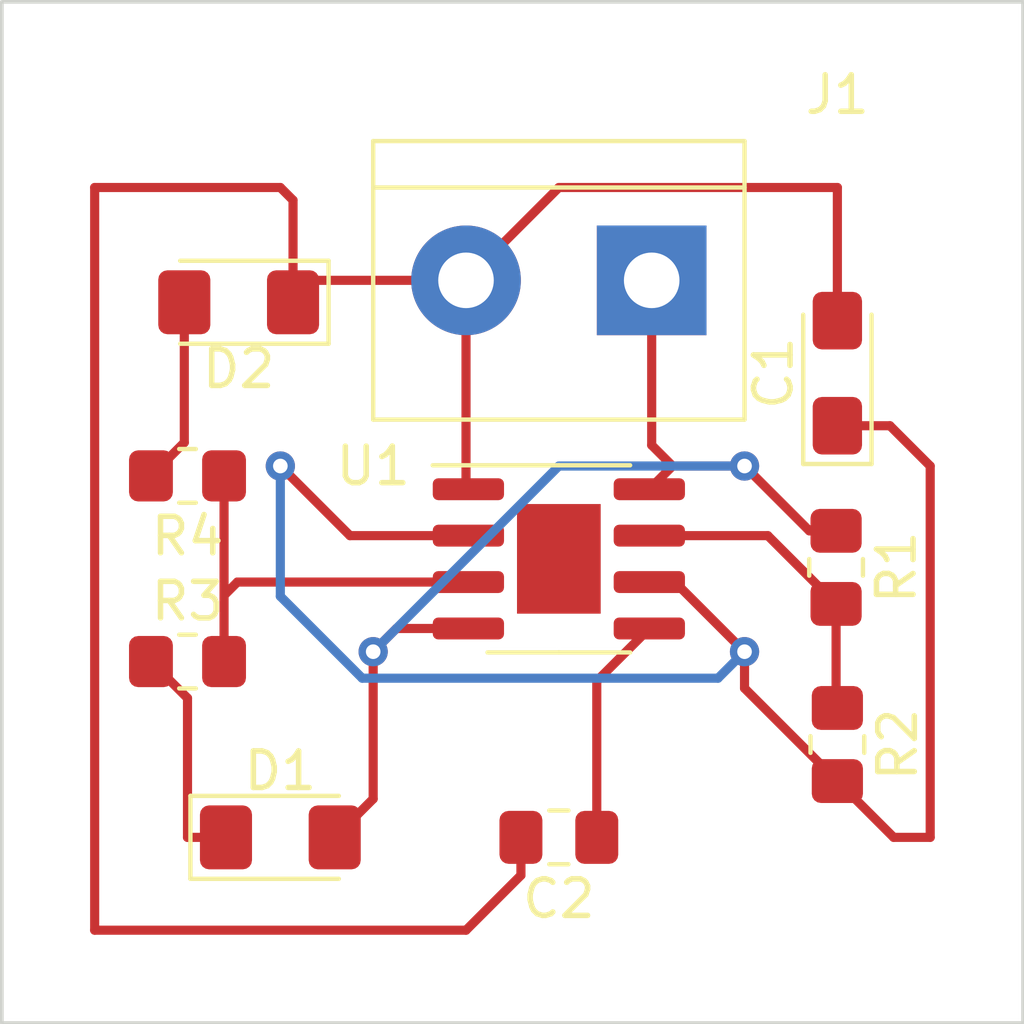
<source format=kicad_pcb>
(kicad_pcb (version 20211014) (generator pcbnew)
  (layers (0 "F.Cu" signal) (31 "B.Cu" signal) (34 "B.Paste" user) (35 "F.Paste" user) (36 "B.SilkS" user "B.Silkscreen") (37 "F.SilkS" user "F.Silkscreen") (38 "B.Mask" user) (39 "F.Mask" user) (44 "Edge.Cuts" user))
  (net 0 "")
  (net 1 "/pin_2")
  (net 2 "GND")
  (net 3 "Net-(C2-Pad1)")
  (net 4 "Net-(D1-Pad1)")
  (net 5 "+9V")
  (net 6 "Net-(D2-Pad2)")
  (net 7 "/pin_7")
  (net 8 "/pin_3")
  (footprint "TerminalBlock:TerminalBlock_bornier-2_P5.08mm" (layer "F.Cu") (at 160.02 101.6 180)
    (fp_text reference "J1" (at -5.08 5.08) (layer "F.SilkS"))
    (fp_text value "Conn_01x02_Male")
    (fp_line (start 7.62 3.81) (end 7.62 -3.81) (layer "F.SilkS") (width 0.12))
    (fp_line (start 7.62 -3.81) (end -2.54 -3.81) (layer "F.SilkS") (width 0.12))
    (fp_line (start -2.54 3.81) (end 7.62 3.81) (layer "F.SilkS") (width 0.12))
    (fp_line (start 7.62 2.54) (end -2.54 2.54) (layer "F.SilkS") (width 0.12))
    (fp_line (start -2.54 -3.81) (end -2.54 3.81) (layer "F.SilkS") (width 0.12))
    (pad "1" thru_hole rect (at 0 0 180) (size 3 3) (drill 1.52) (layers *.Cu *.Mask) (net 5 "+9V"))
    (pad "2" thru_hole circle (at 5.08 0 180) (size 3 3) (drill 1.52) (layers *.Cu *.Mask) (net 2 "GND"))
  )
  (footprint "Package_SO:SOIC-8-1EP_3.9x4.9mm_P1.27mm_EP2.29x3mm" (layer "F.Cu") (at 157.48 109.22)
    (fp_text reference "U1" (at -5.08 -2.54) (layer "F.SilkS"))
    (fp_text value "NE555D")
    (fp_line (start 0 2.56) (end -1.95 2.56) (layer "F.SilkS") (width 0.12))
    (fp_line (start 0 -2.56) (end -3.45 -2.56) (layer "F.SilkS") (width 0.12))
    (fp_line (start 0 -2.56) (end 1.95 -2.56) (layer "F.SilkS") (width 0.12))
    (fp_line (start 0 2.56) (end 1.95 2.56) (layer "F.SilkS") (width 0.12))
    (pad "1" smd roundrect (at -2.475 -1.905) (size 1.95 0.6) (layers "F.Cu" "F.Paste" "F.Mask") (net 2 "GND"))
    (pad "2" smd roundrect (at -2.475 -0.635) (size 1.95 0.6) (layers "F.Cu" "F.Paste" "F.Mask") (net 1 "/pin_2"))
    (pad "3" smd roundrect (at -2.475 0.635) (size 1.95 0.6) (layers "F.Cu" "F.Paste" "F.Mask") (net 8 "/pin_3"))
    (pad "4" smd roundrect (at -2.475 1.905) (size 1.95 0.6) (layers "F.Cu" "F.Paste" "F.Mask") (net 5 "+9V"))
    (pad "5" smd roundrect (at 2.475 1.905) (size 1.95 0.6) (layers "F.Cu" "F.Paste" "F.Mask") (net 3 "Net-(C2-Pad1)"))
    (pad "6" smd roundrect (at 2.475 0.635) (size 1.95 0.6) (layers "F.Cu" "F.Paste" "F.Mask") (net 1 "/pin_2"))
    (pad "7" smd roundrect (at 2.475 -0.635) (size 1.95 0.6) (layers "F.Cu" "F.Paste" "F.Mask") (net 7 "/pin_7"))
    (pad "8" smd roundrect (at 2.475 -1.905) (size 1.95 0.6) (layers "F.Cu" "F.Paste" "F.Mask") (net 5 "+9V"))
    (pad "9" smd rect (at 0 0) (size 2.29 3) (layers "F.Cu" "F.Mask"))
  )
  (footprint "LED_SMD:LED_1206_3216Metric_Pad1.42x1.75mm_HandSolder" (layer "F.Cu") (at 148.72 102.2 180)
    (fp_text reference "D2" (at 0 -1.82) (layer "F.SilkS"))
    (fp_text value "LED")
    (fp_line (start -2.46 1.135) (end 1.6 1.135) (layer "F.SilkS") (width 0.12))
    (fp_line (start -2.46 -1.135) (end -2.46 1.135) (layer "F.SilkS") (width 0.12))
    (fp_line (start 1.6 -1.135) (end -2.46 -1.135) (layer "F.SilkS") (width 0.12))
    (pad "1" smd roundrect (at -1.4875 0 180) (size 1.425 1.75) (layers "F.Cu" "F.Paste" "F.Mask") (roundrect_rratio 0.175439) (net 2 "GND"))
    (pad "2" smd roundrect (at 1.4875 0 180) (size 1.425 1.75) (layers "F.Cu" "F.Paste" "F.Mask") (roundrect_rratio 0.175439) (net 6 "Net-(D2-Pad2)"))
  )
  (footprint "Resistor_SMD:R_0805_2012Metric_Pad1.20x1.40mm_HandSolder" (layer "F.Cu") (at 165.1 114.3 -90)
    (fp_text reference "R2" (at 0 -1.65 90) (layer "F.SilkS"))
    (fp_text value "10kΩ")
    (fp_line (start -0.227064 -0.735) (end 0.227064 -0.735) (layer "F.SilkS") (width 0.12))
    (fp_line (start -0.227064 0.735) (end 0.227064 0.735) (layer "F.SilkS") (width 0.12))
    (pad "1" smd roundrect (at -1 0 270) (size 1.2 1.4) (layers "F.Cu" "F.Paste" "F.Mask") (roundrect_rratio 0.208333) (net 7 "/pin_7"))
    (pad "2" smd roundrect (at 1 0 270) (size 1.2 1.4) (layers "F.Cu" "F.Paste" "F.Mask") (roundrect_rratio 0.208333) (net 1 "/pin_2"))
  )
  (footprint "Resistor_SMD:R_0805_2012Metric_Pad1.20x1.40mm_HandSolder" (layer "F.Cu") (at 165.065 109.452936 -90)
    (fp_text reference "R1" (at 0 -1.65 90) (layer "F.SilkS"))
    (fp_text value "1kΩ")
    (fp_line (start -0.227064 0.735) (end 0.227064 0.735) (layer "F.SilkS") (width 0.12))
    (fp_line (start -0.227064 -0.735) (end 0.227064 -0.735) (layer "F.SilkS") (width 0.12))
    (pad "1" smd roundrect (at -1 0 270) (size 1.2 1.4) (layers "F.Cu" "F.Paste" "F.Mask") (roundrect_rratio 0.208333) (net 5 "+9V"))
    (pad "2" smd roundrect (at 1 0 270) (size 1.2 1.4) (layers "F.Cu" "F.Paste" "F.Mask") (roundrect_rratio 0.208333) (net 7 "/pin_7"))
  )
  (footprint "Capacitor_SMD:C_0805_2012Metric_Pad1.18x1.45mm_HandSolder" (layer "F.Cu") (at 157.48 116.84 180)
    (fp_text reference "C2" (at 0 -1.68) (layer "F.SilkS"))
    (fp_text value "0.01μF")
    (fp_line (start -0.261252 0.735) (end 0.261252 0.735) (layer "F.SilkS") (width 0.12))
    (fp_line (start -0.261252 -0.735) (end 0.261252 -0.735) (layer "F.SilkS") (width 0.12))
    (pad "1" smd roundrect (at -1.0375 0 180) (size 1.175 1.45) (layers "F.Cu" "F.Paste" "F.Mask") (roundrect_rratio 0.212766) (net 3 "Net-(C2-Pad1)"))
    (pad "2" smd roundrect (at 1.0375 0 180) (size 1.175 1.45) (layers "F.Cu" "F.Paste" "F.Mask") (roundrect_rratio 0.212766) (net 2 "GND"))
  )
  (footprint "LED_SMD:LED_1206_3216Metric_Pad1.42x1.75mm_HandSolder" (layer "F.Cu") (at 149.86 116.84)
    (fp_text reference "D1" (at 0 -1.82) (layer "F.SilkS"))
    (fp_text value "LED")
    (fp_line (start -2.46 1.135) (end 1.6 1.135) (layer "F.SilkS") (width 0.12))
    (fp_line (start -2.46 -1.135) (end -2.46 1.135) (layer "F.SilkS") (width 0.12))
    (fp_line (start 1.6 -1.135) (end -2.46 -1.135) (layer "F.SilkS") (width 0.12))
    (pad "1" smd roundrect (at -1.4875 0) (size 1.425 1.75) (layers "F.Cu" "F.Paste" "F.Mask") (roundrect_rratio 0.175439) (net 4 "Net-(D1-Pad1)"))
    (pad "2" smd roundrect (at 1.4875 0) (size 1.425 1.75) (layers "F.Cu" "F.Paste" "F.Mask") (roundrect_rratio 0.175439) (net 5 "+9V"))
  )
  (footprint "Capacitor_Tantalum_SMD:CP_EIA-3216-18_Kemet-A_Pad1.58x1.35mm_HandSolder" (layer "F.Cu") (at 165.1 104.14 90)
    (fp_text reference "C1" (at 0 -1.75 90) (layer "F.SilkS"))
    (fp_text value "10μF")
    (fp_line (start -2.485 -0.935) (end -2.485 0.935) (layer "F.SilkS") (width 0.12))
    (fp_line (start 1.6 -0.935) (end -2.485 -0.935) (layer "F.SilkS") (width 0.12))
    (fp_line (start -2.485 0.935) (end 1.6 0.935) (layer "F.SilkS") (width 0.12))
    (pad "1" smd roundrect (at -1.4375 0 90) (size 1.575 1.35) (layers "F.Cu" "F.Paste" "F.Mask") (roundrect_rratio 0.185185) (net 1 "/pin_2"))
    (pad "2" smd roundrect (at 1.4375 0 90) (size 1.575 1.35) (layers "F.Cu" "F.Paste" "F.Mask") (roundrect_rratio 0.185185) (net 2 "GND"))
  )
  (footprint "Resistor_SMD:R_0805_2012Metric_Pad1.20x1.40mm_HandSolder" (layer "F.Cu") (at 147.32 112.03)
    (fp_text reference "R3" (at 0 -1.65) (layer "F.SilkS"))
    (fp_text value "1kΩ")
    (fp_line (start -0.227064 -0.735) (end 0.227064 -0.735) (layer "F.SilkS") (width 0.12))
    (fp_line (start -0.227064 0.735) (end 0.227064 0.735) (layer "F.SilkS") (width 0.12))
    (pad "1" smd roundrect (at -1 0) (size 1.2 1.4) (layers "F.Cu" "F.Paste" "F.Mask") (roundrect_rratio 0.208333) (net 4 "Net-(D1-Pad1)"))
    (pad "2" smd roundrect (at 1 0) (size 1.2 1.4) (layers "F.Cu" "F.Paste" "F.Mask") (roundrect_rratio 0.208333) (net 8 "/pin_3"))
  )
  (footprint "Resistor_SMD:R_0805_2012Metric_Pad1.20x1.40mm_HandSolder" (layer "F.Cu") (at 147.32 106.95 180)
    (fp_text reference "R4" (at 0 -1.65) (layer "F.SilkS"))
    (fp_text value "1kΩ")
    (fp_line (start -0.227064 -0.735) (end 0.227064 -0.735) (layer "F.SilkS") (width 0.12))
    (fp_line (start -0.227064 0.735) (end 0.227064 0.735) (layer "F.SilkS") (width 0.12))
    (pad "1" smd roundrect (at -1 0 180) (size 1.2 1.4) (layers "F.Cu" "F.Paste" "F.Mask") (roundrect_rratio 0.208333) (net 8 "/pin_3"))
    (pad "2" smd roundrect (at 1 0 180) (size 1.2 1.4) (layers "F.Cu" "F.Paste" "F.Mask") (roundrect_rratio 0.208333) (net 6 "Net-(D2-Pad2)"))
  )
  (gr_rect (start 142.24 93.98) (end 170.18 121.92) (layer "Edge.Cuts") (width 0.1) (fill none))
  (segment (start 165.1 115.3) (end 162.56 112.76) (width 0.25) (layer "F.Cu") (net 1))
  (segment (start 166.64 116.84) (end 167.64 116.84) (width 0.25) (layer "F.Cu") (net 1))
  (segment (start 162.56 112.76) (end 162.56 111.76) (width 0.25) (layer "F.Cu") (net 1))
  (segment (start 151.765 108.585) (end 149.86 106.68) (width 0.25) (layer "F.Cu") (net 1))
  (segment (start 167.64 106.68) (end 166.5375 105.5775) (width 0.25) (layer "F.Cu") (net 1))
  (segment (start 160.655 109.855) (end 159.955 109.855) (width 0.25) (layer "F.Cu") (net 1))
  (segment (start 167.64 116.84) (end 167.64 106.68) (width 0.25) (layer "F.Cu") (net 1))
  (segment (start 162.56 111.76) (end 160.655 109.855) (width 0.25) (layer "F.Cu") (net 1))
  (segment (start 165.1 115.3) (end 166.64 116.84) (width 0.25) (layer "F.Cu") (net 1))
  (segment (start 155.005 108.585) (end 151.765 108.585) (width 0.25) (layer "F.Cu") (net 1))
  (segment (start 166.5375 105.5775) (end 165.1 105.5775) (width 0.25) (layer "F.Cu") (net 1))
  (via (at 162.56 111.76) (size 0.8) (drill 0.4) (layers "F.Cu" "B.Cu") (net 1))
  (via (at 149.86 106.68) (size 0.8) (drill 0.4) (layers "F.Cu" "B.Cu") (net 1))
  (segment (start 149.86 110.245305) (end 152.099695 112.485) (width 0.25) (layer "B.Cu") (net 1))
  (segment (start 152.099695 112.485) (end 161.835 112.485) (width 0.25) (layer "B.Cu") (net 1))
  (segment (start 149.86 106.68) (end 149.86 110.245305) (width 0.25) (layer "B.Cu") (net 1))
  (segment (start 161.835 112.485) (end 162.56 111.76) (width 0.25) (layer "B.Cu") (net 1))
  (segment (start 154.94 119.38) (end 156.4425 117.8775) (width 0.25) (layer "F.Cu") (net 2))
  (segment (start 150.2075 99.4075) (end 149.86 99.06) (width 0.25) (layer "F.Cu") (net 2))
  (segment (start 150.2075 102.2) (end 150.2075 99.4075) (width 0.25) (layer "F.Cu") (net 2))
  (segment (start 154.94 101.6) (end 154.94 107.25) (width 0.25) (layer "F.Cu") (net 2))
  (segment (start 144.78 99.06) (end 144.78 119.38) (width 0.25) (layer "F.Cu") (net 2))
  (segment (start 154.94 107.25) (end 155.005 107.315) (width 0.25) (layer "F.Cu") (net 2))
  (segment (start 156.4425 117.8775) (end 156.4425 116.84) (width 0.25) (layer "F.Cu") (net 2))
  (segment (start 165.1 99.06) (end 165.1 102.7025) (width 0.25) (layer "F.Cu") (net 2))
  (segment (start 154.94 101.6) (end 157.48 99.06) (width 0.25) (layer "F.Cu") (net 2))
  (segment (start 144.78 119.38) (end 154.94 119.38) (width 0.25) (layer "F.Cu") (net 2))
  (segment (start 150.2075 102.2) (end 150.8075 101.6) (width 0.25) (layer "F.Cu") (net 2))
  (segment (start 157.48 99.06) (end 165.1 99.06) (width 0.25) (layer "F.Cu") (net 2))
  (segment (start 150.8075 101.6) (end 154.94 101.6) (width 0.25) (layer "F.Cu") (net 2))
  (segment (start 149.86 99.06) (end 144.78 99.06) (width 0.25) (layer "F.Cu") (net 2))
  (segment (start 158.5175 112.5625) (end 159.955 111.125) (width 0.25) (layer "F.Cu") (net 3))
  (segment (start 158.5175 116.84) (end 158.5175 112.5625) (width 0.25) (layer "F.Cu") (net 3))
  (segment (start 147.32 113.03) (end 147.32 116.84) (width 0.25) (layer "F.Cu") (net 4))
  (segment (start 146.32 112.03) (end 147.32 113.03) (width 0.25) (layer "F.Cu") (net 4))
  (segment (start 147.32 116.84) (end 148.3725 116.84) (width 0.25) (layer "F.Cu") (net 4))
  (segment (start 162.56 106.68) (end 160.59 106.68) (width 0.25) (layer "F.Cu") (net 5))
  (segment (start 165.065 108.452936) (end 164.332936 108.452936) (width 0.25) (layer "F.Cu") (net 5))
  (segment (start 160.59 106.68) (end 159.955 107.315) (width 0.25) (layer "F.Cu") (net 5))
  (segment (start 152.4 111.76) (end 153.035 111.125) (width 0.25) (layer "F.Cu") (net 5))
  (segment (start 152.4 115.7875) (end 152.4 111.76) (width 0.25) (layer "F.Cu") (net 5))
  (segment (start 160.59 106.68) (end 160.02 106.11) (width 0.25) (layer "F.Cu") (net 5))
  (segment (start 160.02 106.11) (end 160.02 101.6) (width 0.25) (layer "F.Cu") (net 5))
  (segment (start 151.3475 116.84) (end 152.4 115.7875) (width 0.25) (layer "F.Cu") (net 5))
  (segment (start 164.332936 108.452936) (end 162.56 106.68) (width 0.25) (layer "F.Cu") (net 5))
  (segment (start 153.035 111.125) (end 155.005 111.125) (width 0.25) (layer "F.Cu") (net 5))
  (via (at 162.56 106.68) (size 0.8) (drill 0.4) (layers "F.Cu" "B.Cu") (net 5))
  (via (at 152.4 111.76) (size 0.8) (drill 0.4) (layers "F.Cu" "B.Cu") (net 5))
  (segment (start 152.4 111.76) (end 157.48 106.68) (width 0.25) (layer "B.Cu") (net 5))
  (segment (start 157.48 106.68) (end 162.56 106.68) (width 0.25) (layer "B.Cu") (net 5))
  (segment (start 147.2325 106.0375) (end 146.32 106.95) (width 0.25) (layer "F.Cu") (net 6))
  (segment (start 147.2325 102.2) (end 147.2325 106.0375) (width 0.25) (layer "F.Cu") (net 6))
  (segment (start 165.065 113.265) (end 165.1 113.3) (width 0.25) (layer "F.Cu") (net 7))
  (segment (start 165.065 110.452936) (end 163.197064 108.585) (width 0.25) (layer "F.Cu") (net 7))
  (segment (start 165.065 110.452936) (end 165.065 113.265) (width 0.25) (layer "F.Cu") (net 7))
  (segment (start 163.197064 108.585) (end 159.955 108.585) (width 0.25) (layer "F.Cu") (net 7))
  (segment (start 148.32 110.22) (end 148.685 109.855) (width 0.25) (layer "F.Cu") (net 8))
  (segment (start 148.32 110.22) (end 148.32 112.03) (width 0.25) (layer "F.Cu") (net 8))
  (segment (start 148.32 106.95) (end 148.32 110.22) (width 0.25) (layer "F.Cu") (net 8))
  (segment (start 148.685 109.855) (end 155.005 109.855) (width 0.25) (layer "F.Cu") (net 8))
)
</source>
